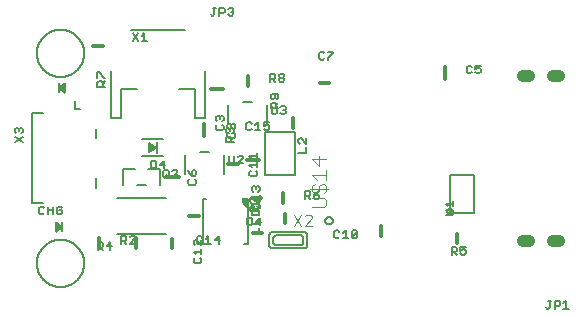
<source format=gbr>
G04 EAGLE Gerber RS-274X export*
G75*
%MOMM*%
%FSLAX34Y34*%
%LPD*%
%INSilkscreen Top*%
%IPPOS*%
%AMOC8*
5,1,8,0,0,1.08239X$1,22.5*%
G01*
%ADD10C,1.016000*%
%ADD11C,0.304800*%
%ADD12C,0.152400*%
%ADD13R,0.190500X0.889000*%
%ADD14C,0.203200*%
%ADD15C,0.127000*%
%ADD16C,0.076200*%
%ADD17R,0.200000X1.000000*%
%ADD18C,0.101600*%

G36*
X21647Y51314D02*
X21647Y51314D01*
X21665Y51312D01*
X21767Y51340D01*
X21870Y51362D01*
X21885Y51371D01*
X21902Y51376D01*
X22047Y51461D01*
X27127Y55271D01*
X27130Y55274D01*
X27134Y55276D01*
X27215Y55363D01*
X27297Y55448D01*
X27299Y55452D01*
X27302Y55455D01*
X27352Y55564D01*
X27402Y55671D01*
X27402Y55675D01*
X27404Y55679D01*
X27417Y55797D01*
X27430Y55915D01*
X27430Y55919D01*
X27430Y55924D01*
X27404Y56040D01*
X27380Y56156D01*
X27377Y56160D01*
X27376Y56164D01*
X27315Y56266D01*
X27255Y56368D01*
X27251Y56371D01*
X27249Y56374D01*
X27127Y56489D01*
X22047Y60299D01*
X22031Y60307D01*
X22018Y60320D01*
X22003Y60327D01*
X21995Y60333D01*
X21945Y60353D01*
X21922Y60364D01*
X21829Y60413D01*
X21811Y60416D01*
X21795Y60423D01*
X21690Y60435D01*
X21586Y60451D01*
X21568Y60448D01*
X21551Y60450D01*
X21448Y60428D01*
X21343Y60410D01*
X21328Y60402D01*
X21310Y60398D01*
X21220Y60344D01*
X21127Y60294D01*
X21114Y60281D01*
X21099Y60272D01*
X21030Y60192D01*
X20958Y60115D01*
X20951Y60098D01*
X20939Y60085D01*
X20900Y59987D01*
X20856Y59891D01*
X20854Y59873D01*
X20847Y59857D01*
X20829Y59690D01*
X20829Y52070D01*
X20832Y52052D01*
X20830Y52035D01*
X20851Y51931D01*
X20869Y51827D01*
X20877Y51812D01*
X20881Y51794D01*
X20934Y51703D01*
X20984Y51610D01*
X20996Y51598D01*
X21006Y51582D01*
X21085Y51513D01*
X21162Y51441D01*
X21178Y51433D01*
X21192Y51421D01*
X21289Y51381D01*
X21385Y51337D01*
X21403Y51335D01*
X21419Y51328D01*
X21525Y51321D01*
X21629Y51310D01*
X21647Y51314D01*
G37*
G36*
X29012Y169022D02*
X29012Y169022D01*
X29029Y169020D01*
X29132Y169042D01*
X29237Y169060D01*
X29252Y169068D01*
X29270Y169072D01*
X29360Y169126D01*
X29454Y169176D01*
X29466Y169189D01*
X29481Y169198D01*
X29550Y169278D01*
X29622Y169355D01*
X29629Y169372D01*
X29641Y169385D01*
X29680Y169483D01*
X29724Y169579D01*
X29726Y169597D01*
X29733Y169613D01*
X29751Y169780D01*
X29751Y177400D01*
X29749Y177417D01*
X29750Y177432D01*
X29750Y177435D01*
X29729Y177539D01*
X29712Y177643D01*
X29703Y177658D01*
X29700Y177676D01*
X29646Y177767D01*
X29596Y177860D01*
X29584Y177872D01*
X29575Y177888D01*
X29495Y177957D01*
X29418Y178030D01*
X29402Y178037D01*
X29388Y178049D01*
X29291Y178089D01*
X29195Y178133D01*
X29177Y178135D01*
X29161Y178142D01*
X29055Y178149D01*
X28951Y178160D01*
X28933Y178156D01*
X28915Y178158D01*
X28813Y178130D01*
X28740Y178114D01*
X28737Y178114D01*
X28710Y178108D01*
X28695Y178099D01*
X28678Y178094D01*
X28533Y178009D01*
X23453Y174199D01*
X23450Y174196D01*
X23447Y174194D01*
X23365Y174107D01*
X23283Y174022D01*
X23281Y174018D01*
X23278Y174015D01*
X23228Y173906D01*
X23178Y173799D01*
X23178Y173795D01*
X23176Y173791D01*
X23163Y173673D01*
X23150Y173555D01*
X23150Y173551D01*
X23150Y173546D01*
X23176Y173430D01*
X23201Y173314D01*
X23203Y173310D01*
X23204Y173306D01*
X23265Y173204D01*
X23326Y173102D01*
X23329Y173099D01*
X23331Y173096D01*
X23453Y172981D01*
X28533Y169171D01*
X28549Y169163D01*
X28562Y169151D01*
X28658Y169106D01*
X28751Y169057D01*
X28769Y169054D01*
X28785Y169047D01*
X28890Y169035D01*
X28994Y169019D01*
X29012Y169022D01*
G37*
G36*
X183938Y71894D02*
X183938Y71894D01*
X184027Y71896D01*
X184049Y71905D01*
X184072Y71908D01*
X184152Y71947D01*
X184234Y71981D01*
X184252Y71997D01*
X184273Y72007D01*
X184334Y72072D01*
X184400Y72132D01*
X184411Y72153D01*
X184427Y72170D01*
X184462Y72252D01*
X184503Y72332D01*
X184506Y72358D01*
X184515Y72377D01*
X184517Y72427D01*
X184530Y72517D01*
X184530Y80137D01*
X184519Y80202D01*
X184517Y80268D01*
X184499Y80311D01*
X184491Y80358D01*
X184457Y80415D01*
X184432Y80475D01*
X184401Y80510D01*
X184376Y80551D01*
X184325Y80593D01*
X184281Y80641D01*
X184239Y80663D01*
X184202Y80692D01*
X184140Y80713D01*
X184081Y80744D01*
X184027Y80752D01*
X183990Y80764D01*
X183950Y80763D01*
X183896Y80771D01*
X180086Y80771D01*
X180021Y80760D01*
X179955Y80758D01*
X179912Y80740D01*
X179865Y80732D01*
X179808Y80698D01*
X179748Y80673D01*
X179713Y80642D01*
X179672Y80617D01*
X179631Y80566D01*
X179582Y80522D01*
X179560Y80480D01*
X179531Y80443D01*
X179510Y80381D01*
X179479Y80322D01*
X179471Y80268D01*
X179459Y80231D01*
X179459Y80222D01*
X179460Y80190D01*
X179452Y80137D01*
X179452Y76327D01*
X179459Y76285D01*
X179457Y76243D01*
X179469Y76205D01*
X179470Y76192D01*
X179481Y76165D01*
X179491Y76106D01*
X179513Y76070D01*
X179526Y76029D01*
X179548Y76000D01*
X179554Y75984D01*
X179581Y75955D01*
X179606Y75913D01*
X179622Y75900D01*
X179638Y75879D01*
X183448Y72069D01*
X183521Y72018D01*
X183590Y71962D01*
X183612Y71954D01*
X183632Y71940D01*
X183718Y71918D01*
X183802Y71890D01*
X183826Y71890D01*
X183849Y71885D01*
X183938Y71894D01*
G37*
G36*
X101550Y120183D02*
X101550Y120183D01*
X101621Y120181D01*
X101691Y120200D01*
X101762Y120208D01*
X101817Y120233D01*
X101896Y120253D01*
X101999Y120314D01*
X102068Y120345D01*
X105068Y122345D01*
X105155Y122422D01*
X105245Y122495D01*
X105260Y122517D01*
X105280Y122535D01*
X105342Y122632D01*
X105409Y122727D01*
X105417Y122753D01*
X105432Y122775D01*
X105464Y122886D01*
X105502Y122996D01*
X105503Y123023D01*
X105510Y123048D01*
X105510Y123164D01*
X105516Y123280D01*
X105510Y123306D01*
X105510Y123333D01*
X105478Y123444D01*
X105452Y123557D01*
X105439Y123580D01*
X105431Y123606D01*
X105369Y123704D01*
X105313Y123805D01*
X105295Y123821D01*
X105280Y123846D01*
X105072Y124031D01*
X105068Y124035D01*
X102068Y126035D01*
X102004Y126066D01*
X101944Y126106D01*
X101876Y126127D01*
X101812Y126158D01*
X101741Y126170D01*
X101673Y126191D01*
X101602Y126193D01*
X101532Y126205D01*
X101460Y126197D01*
X101389Y126199D01*
X101320Y126181D01*
X101249Y126172D01*
X101183Y126145D01*
X101114Y126127D01*
X101053Y126090D01*
X100987Y126063D01*
X100931Y126018D01*
X100869Y125982D01*
X100820Y125930D01*
X100765Y125885D01*
X100724Y125827D01*
X100675Y125774D01*
X100642Y125711D01*
X100601Y125653D01*
X100578Y125585D01*
X100545Y125521D01*
X100535Y125462D01*
X100508Y125384D01*
X100502Y125265D01*
X100490Y125190D01*
X100490Y121190D01*
X100500Y121119D01*
X100500Y121047D01*
X100520Y120979D01*
X100530Y120909D01*
X100559Y120843D01*
X100579Y120774D01*
X100617Y120714D01*
X100646Y120649D01*
X100692Y120594D01*
X100730Y120534D01*
X100784Y120486D01*
X100830Y120432D01*
X100889Y120392D01*
X100943Y120345D01*
X101007Y120314D01*
X101066Y120275D01*
X101135Y120253D01*
X101199Y120222D01*
X101269Y120210D01*
X101337Y120189D01*
X101409Y120187D01*
X101480Y120175D01*
X101550Y120183D01*
G37*
D10*
X416560Y184150D02*
X421640Y184150D01*
X441960Y184150D02*
X447040Y184150D01*
X421640Y44450D02*
X416560Y44450D01*
X441960Y44450D02*
X447040Y44450D01*
D11*
X125495Y98375D02*
X115335Y98375D01*
D12*
X133371Y95349D02*
X134473Y96450D01*
X133371Y95349D02*
X133371Y93145D01*
X134473Y92044D01*
X138879Y92044D01*
X139981Y93145D01*
X139981Y95349D01*
X138879Y96450D01*
X134473Y101731D02*
X133371Y103934D01*
X134473Y101731D02*
X136676Y99528D01*
X138879Y99528D01*
X139981Y100629D01*
X139981Y102833D01*
X138879Y103934D01*
X137778Y103934D01*
X136676Y102833D01*
X136676Y99528D01*
D11*
X245090Y177802D02*
X253090Y177802D01*
D12*
X248883Y203272D02*
X247782Y204374D01*
X245579Y204374D01*
X244477Y203272D01*
X244477Y198866D01*
X245579Y197764D01*
X247782Y197764D01*
X248883Y198866D01*
X251961Y204374D02*
X256368Y204374D01*
X256368Y203272D01*
X251961Y198866D01*
X251961Y197764D01*
D11*
X147285Y143660D02*
X147285Y133500D01*
D12*
X166741Y134554D02*
X167843Y135655D01*
X166741Y134554D02*
X166741Y132350D01*
X167843Y131249D01*
X172249Y131249D01*
X173351Y132350D01*
X173351Y134554D01*
X172249Y135655D01*
X167843Y138733D02*
X166741Y139834D01*
X166741Y142038D01*
X167843Y143139D01*
X168945Y143139D01*
X170046Y142038D01*
X171148Y143139D01*
X172249Y143139D01*
X173351Y142038D01*
X173351Y139834D01*
X172249Y138733D01*
X171148Y138733D01*
X170046Y139834D01*
X168945Y138733D01*
X167843Y138733D01*
X170046Y139834D02*
X170046Y142038D01*
D13*
X24093Y173590D03*
D12*
X37508Y162674D02*
X37508Y156064D01*
X41914Y156064D01*
D11*
X119888Y46176D02*
X119888Y38176D01*
D12*
X144275Y48278D02*
X145376Y47176D01*
X144275Y48278D02*
X142072Y48278D01*
X140970Y47176D01*
X140970Y42770D01*
X142072Y41668D01*
X144275Y41668D01*
X145376Y42770D01*
X148454Y46074D02*
X150657Y48278D01*
X150657Y41668D01*
X148454Y41668D02*
X152861Y41668D01*
X159243Y41668D02*
X159243Y48278D01*
X155938Y44973D01*
X160345Y44973D01*
D11*
X61150Y209550D02*
X53150Y209550D01*
D12*
X56636Y175024D02*
X63246Y175024D01*
X56636Y175024D02*
X56636Y178329D01*
X57738Y179430D01*
X59941Y179430D01*
X61043Y178329D01*
X61043Y175024D01*
X61043Y177227D02*
X63246Y179430D01*
X56636Y182508D02*
X56636Y186914D01*
X57738Y186914D01*
X62144Y182508D01*
X63246Y182508D01*
D14*
X72980Y50151D02*
X114980Y50151D01*
X114980Y80659D02*
X72980Y80659D01*
X5400Y203200D02*
X5406Y203691D01*
X5424Y204181D01*
X5454Y204671D01*
X5496Y205160D01*
X5550Y205648D01*
X5616Y206135D01*
X5694Y206619D01*
X5784Y207102D01*
X5886Y207582D01*
X5999Y208060D01*
X6124Y208534D01*
X6261Y209006D01*
X6409Y209474D01*
X6569Y209938D01*
X6740Y210398D01*
X6922Y210854D01*
X7116Y211305D01*
X7320Y211751D01*
X7536Y212192D01*
X7762Y212628D01*
X7998Y213058D01*
X8245Y213482D01*
X8503Y213900D01*
X8771Y214311D01*
X9048Y214716D01*
X9336Y215114D01*
X9633Y215505D01*
X9940Y215888D01*
X10256Y216263D01*
X10581Y216631D01*
X10915Y216991D01*
X11258Y217342D01*
X11609Y217685D01*
X11969Y218019D01*
X12337Y218344D01*
X12712Y218660D01*
X13095Y218967D01*
X13486Y219264D01*
X13884Y219552D01*
X14289Y219829D01*
X14700Y220097D01*
X15118Y220355D01*
X15542Y220602D01*
X15972Y220838D01*
X16408Y221064D01*
X16849Y221280D01*
X17295Y221484D01*
X17746Y221678D01*
X18202Y221860D01*
X18662Y222031D01*
X19126Y222191D01*
X19594Y222339D01*
X20066Y222476D01*
X20540Y222601D01*
X21018Y222714D01*
X21498Y222816D01*
X21981Y222906D01*
X22465Y222984D01*
X22952Y223050D01*
X23440Y223104D01*
X23929Y223146D01*
X24419Y223176D01*
X24909Y223194D01*
X25400Y223200D01*
X25891Y223194D01*
X26381Y223176D01*
X26871Y223146D01*
X27360Y223104D01*
X27848Y223050D01*
X28335Y222984D01*
X28819Y222906D01*
X29302Y222816D01*
X29782Y222714D01*
X30260Y222601D01*
X30734Y222476D01*
X31206Y222339D01*
X31674Y222191D01*
X32138Y222031D01*
X32598Y221860D01*
X33054Y221678D01*
X33505Y221484D01*
X33951Y221280D01*
X34392Y221064D01*
X34828Y220838D01*
X35258Y220602D01*
X35682Y220355D01*
X36100Y220097D01*
X36511Y219829D01*
X36916Y219552D01*
X37314Y219264D01*
X37705Y218967D01*
X38088Y218660D01*
X38463Y218344D01*
X38831Y218019D01*
X39191Y217685D01*
X39542Y217342D01*
X39885Y216991D01*
X40219Y216631D01*
X40544Y216263D01*
X40860Y215888D01*
X41167Y215505D01*
X41464Y215114D01*
X41752Y214716D01*
X42029Y214311D01*
X42297Y213900D01*
X42555Y213482D01*
X42802Y213058D01*
X43038Y212628D01*
X43264Y212192D01*
X43480Y211751D01*
X43684Y211305D01*
X43878Y210854D01*
X44060Y210398D01*
X44231Y209938D01*
X44391Y209474D01*
X44539Y209006D01*
X44676Y208534D01*
X44801Y208060D01*
X44914Y207582D01*
X45016Y207102D01*
X45106Y206619D01*
X45184Y206135D01*
X45250Y205648D01*
X45304Y205160D01*
X45346Y204671D01*
X45376Y204181D01*
X45394Y203691D01*
X45400Y203200D01*
X45394Y202709D01*
X45376Y202219D01*
X45346Y201729D01*
X45304Y201240D01*
X45250Y200752D01*
X45184Y200265D01*
X45106Y199781D01*
X45016Y199298D01*
X44914Y198818D01*
X44801Y198340D01*
X44676Y197866D01*
X44539Y197394D01*
X44391Y196926D01*
X44231Y196462D01*
X44060Y196002D01*
X43878Y195546D01*
X43684Y195095D01*
X43480Y194649D01*
X43264Y194208D01*
X43038Y193772D01*
X42802Y193342D01*
X42555Y192918D01*
X42297Y192500D01*
X42029Y192089D01*
X41752Y191684D01*
X41464Y191286D01*
X41167Y190895D01*
X40860Y190512D01*
X40544Y190137D01*
X40219Y189769D01*
X39885Y189409D01*
X39542Y189058D01*
X39191Y188715D01*
X38831Y188381D01*
X38463Y188056D01*
X38088Y187740D01*
X37705Y187433D01*
X37314Y187136D01*
X36916Y186848D01*
X36511Y186571D01*
X36100Y186303D01*
X35682Y186045D01*
X35258Y185798D01*
X34828Y185562D01*
X34392Y185336D01*
X33951Y185120D01*
X33505Y184916D01*
X33054Y184722D01*
X32598Y184540D01*
X32138Y184369D01*
X31674Y184209D01*
X31206Y184061D01*
X30734Y183924D01*
X30260Y183799D01*
X29782Y183686D01*
X29302Y183584D01*
X28819Y183494D01*
X28335Y183416D01*
X27848Y183350D01*
X27360Y183296D01*
X26871Y183254D01*
X26381Y183224D01*
X25891Y183206D01*
X25400Y183200D01*
X24909Y183206D01*
X24419Y183224D01*
X23929Y183254D01*
X23440Y183296D01*
X22952Y183350D01*
X22465Y183416D01*
X21981Y183494D01*
X21498Y183584D01*
X21018Y183686D01*
X20540Y183799D01*
X20066Y183924D01*
X19594Y184061D01*
X19126Y184209D01*
X18662Y184369D01*
X18202Y184540D01*
X17746Y184722D01*
X17295Y184916D01*
X16849Y185120D01*
X16408Y185336D01*
X15972Y185562D01*
X15542Y185798D01*
X15118Y186045D01*
X14700Y186303D01*
X14289Y186571D01*
X13884Y186848D01*
X13486Y187136D01*
X13095Y187433D01*
X12712Y187740D01*
X12337Y188056D01*
X11969Y188381D01*
X11609Y188715D01*
X11258Y189058D01*
X10915Y189409D01*
X10581Y189769D01*
X10256Y190137D01*
X9940Y190512D01*
X9633Y190895D01*
X9336Y191286D01*
X9048Y191684D01*
X8771Y192089D01*
X8503Y192500D01*
X8245Y192918D01*
X7998Y193342D01*
X7762Y193772D01*
X7536Y194208D01*
X7320Y194649D01*
X7116Y195095D01*
X6922Y195546D01*
X6740Y196002D01*
X6569Y196462D01*
X6409Y196926D01*
X6261Y197394D01*
X6124Y197866D01*
X5999Y198340D01*
X5886Y198818D01*
X5784Y199298D01*
X5694Y199781D01*
X5616Y200265D01*
X5550Y200752D01*
X5496Y201240D01*
X5454Y201729D01*
X5424Y202219D01*
X5406Y202709D01*
X5400Y203200D01*
X5400Y25400D02*
X5406Y25891D01*
X5424Y26381D01*
X5454Y26871D01*
X5496Y27360D01*
X5550Y27848D01*
X5616Y28335D01*
X5694Y28819D01*
X5784Y29302D01*
X5886Y29782D01*
X5999Y30260D01*
X6124Y30734D01*
X6261Y31206D01*
X6409Y31674D01*
X6569Y32138D01*
X6740Y32598D01*
X6922Y33054D01*
X7116Y33505D01*
X7320Y33951D01*
X7536Y34392D01*
X7762Y34828D01*
X7998Y35258D01*
X8245Y35682D01*
X8503Y36100D01*
X8771Y36511D01*
X9048Y36916D01*
X9336Y37314D01*
X9633Y37705D01*
X9940Y38088D01*
X10256Y38463D01*
X10581Y38831D01*
X10915Y39191D01*
X11258Y39542D01*
X11609Y39885D01*
X11969Y40219D01*
X12337Y40544D01*
X12712Y40860D01*
X13095Y41167D01*
X13486Y41464D01*
X13884Y41752D01*
X14289Y42029D01*
X14700Y42297D01*
X15118Y42555D01*
X15542Y42802D01*
X15972Y43038D01*
X16408Y43264D01*
X16849Y43480D01*
X17295Y43684D01*
X17746Y43878D01*
X18202Y44060D01*
X18662Y44231D01*
X19126Y44391D01*
X19594Y44539D01*
X20066Y44676D01*
X20540Y44801D01*
X21018Y44914D01*
X21498Y45016D01*
X21981Y45106D01*
X22465Y45184D01*
X22952Y45250D01*
X23440Y45304D01*
X23929Y45346D01*
X24419Y45376D01*
X24909Y45394D01*
X25400Y45400D01*
X25891Y45394D01*
X26381Y45376D01*
X26871Y45346D01*
X27360Y45304D01*
X27848Y45250D01*
X28335Y45184D01*
X28819Y45106D01*
X29302Y45016D01*
X29782Y44914D01*
X30260Y44801D01*
X30734Y44676D01*
X31206Y44539D01*
X31674Y44391D01*
X32138Y44231D01*
X32598Y44060D01*
X33054Y43878D01*
X33505Y43684D01*
X33951Y43480D01*
X34392Y43264D01*
X34828Y43038D01*
X35258Y42802D01*
X35682Y42555D01*
X36100Y42297D01*
X36511Y42029D01*
X36916Y41752D01*
X37314Y41464D01*
X37705Y41167D01*
X38088Y40860D01*
X38463Y40544D01*
X38831Y40219D01*
X39191Y39885D01*
X39542Y39542D01*
X39885Y39191D01*
X40219Y38831D01*
X40544Y38463D01*
X40860Y38088D01*
X41167Y37705D01*
X41464Y37314D01*
X41752Y36916D01*
X42029Y36511D01*
X42297Y36100D01*
X42555Y35682D01*
X42802Y35258D01*
X43038Y34828D01*
X43264Y34392D01*
X43480Y33951D01*
X43684Y33505D01*
X43878Y33054D01*
X44060Y32598D01*
X44231Y32138D01*
X44391Y31674D01*
X44539Y31206D01*
X44676Y30734D01*
X44801Y30260D01*
X44914Y29782D01*
X45016Y29302D01*
X45106Y28819D01*
X45184Y28335D01*
X45250Y27848D01*
X45304Y27360D01*
X45346Y26871D01*
X45376Y26381D01*
X45394Y25891D01*
X45400Y25400D01*
X45394Y24909D01*
X45376Y24419D01*
X45346Y23929D01*
X45304Y23440D01*
X45250Y22952D01*
X45184Y22465D01*
X45106Y21981D01*
X45016Y21498D01*
X44914Y21018D01*
X44801Y20540D01*
X44676Y20066D01*
X44539Y19594D01*
X44391Y19126D01*
X44231Y18662D01*
X44060Y18202D01*
X43878Y17746D01*
X43684Y17295D01*
X43480Y16849D01*
X43264Y16408D01*
X43038Y15972D01*
X42802Y15542D01*
X42555Y15118D01*
X42297Y14700D01*
X42029Y14289D01*
X41752Y13884D01*
X41464Y13486D01*
X41167Y13095D01*
X40860Y12712D01*
X40544Y12337D01*
X40219Y11969D01*
X39885Y11609D01*
X39542Y11258D01*
X39191Y10915D01*
X38831Y10581D01*
X38463Y10256D01*
X38088Y9940D01*
X37705Y9633D01*
X37314Y9336D01*
X36916Y9048D01*
X36511Y8771D01*
X36100Y8503D01*
X35682Y8245D01*
X35258Y7998D01*
X34828Y7762D01*
X34392Y7536D01*
X33951Y7320D01*
X33505Y7116D01*
X33054Y6922D01*
X32598Y6740D01*
X32138Y6569D01*
X31674Y6409D01*
X31206Y6261D01*
X30734Y6124D01*
X30260Y5999D01*
X29782Y5886D01*
X29302Y5784D01*
X28819Y5694D01*
X28335Y5616D01*
X27848Y5550D01*
X27360Y5496D01*
X26871Y5454D01*
X26381Y5424D01*
X25891Y5406D01*
X25400Y5400D01*
X24909Y5406D01*
X24419Y5424D01*
X23929Y5454D01*
X23440Y5496D01*
X22952Y5550D01*
X22465Y5616D01*
X21981Y5694D01*
X21498Y5784D01*
X21018Y5886D01*
X20540Y5999D01*
X20066Y6124D01*
X19594Y6261D01*
X19126Y6409D01*
X18662Y6569D01*
X18202Y6740D01*
X17746Y6922D01*
X17295Y7116D01*
X16849Y7320D01*
X16408Y7536D01*
X15972Y7762D01*
X15542Y7998D01*
X15118Y8245D01*
X14700Y8503D01*
X14289Y8771D01*
X13884Y9048D01*
X13486Y9336D01*
X13095Y9633D01*
X12712Y9940D01*
X12337Y10256D01*
X11969Y10581D01*
X11609Y10915D01*
X11258Y11258D01*
X10915Y11609D01*
X10581Y11969D01*
X10256Y12337D01*
X9940Y12712D01*
X9633Y13095D01*
X9336Y13486D01*
X9048Y13884D01*
X8771Y14289D01*
X8503Y14700D01*
X8245Y15118D01*
X7998Y15542D01*
X7762Y15972D01*
X7536Y16408D01*
X7320Y16849D01*
X7116Y17295D01*
X6922Y17746D01*
X6740Y18202D01*
X6569Y18662D01*
X6409Y19126D01*
X6261Y19594D01*
X6124Y20066D01*
X5999Y20540D01*
X5886Y21018D01*
X5784Y21498D01*
X5694Y21981D01*
X5616Y22465D01*
X5550Y22952D01*
X5496Y23440D01*
X5454Y23929D01*
X5424Y24419D01*
X5406Y24909D01*
X5400Y25400D01*
D15*
X55450Y131300D02*
X55450Y139300D01*
X55450Y97300D02*
X55450Y89300D01*
X10450Y152300D02*
X1450Y152300D01*
X1450Y76300D01*
X10450Y76300D01*
D12*
X-13314Y127874D02*
X-6704Y132280D01*
X-6704Y127874D02*
X-13314Y132280D01*
X-12212Y135358D02*
X-13314Y136459D01*
X-13314Y138663D01*
X-12212Y139764D01*
X-11110Y139764D01*
X-10009Y138663D01*
X-10009Y137561D01*
X-10009Y138663D02*
X-8907Y139764D01*
X-7806Y139764D01*
X-6704Y138663D01*
X-6704Y136459D01*
X-7806Y135358D01*
D14*
X130820Y117220D02*
X130820Y101220D01*
X163820Y101220D02*
X163820Y117220D01*
X151320Y119720D02*
X143320Y119720D01*
D12*
X167862Y116592D02*
X167862Y111084D01*
X168964Y109982D01*
X171167Y109982D01*
X172268Y111084D01*
X172268Y116592D01*
X175346Y109982D02*
X179753Y109982D01*
X179753Y114388D02*
X175346Y109982D01*
X179753Y114388D02*
X179753Y115490D01*
X178651Y116592D01*
X176448Y116592D01*
X175346Y115490D01*
X436272Y-11852D02*
X437373Y-12954D01*
X438475Y-12954D01*
X439576Y-11852D01*
X439576Y-6344D01*
X438475Y-6344D02*
X440678Y-6344D01*
X443756Y-6344D02*
X443756Y-12954D01*
X443756Y-6344D02*
X447061Y-6344D01*
X448162Y-7446D01*
X448162Y-9649D01*
X447061Y-10751D01*
X443756Y-10751D01*
X451240Y-8548D02*
X453443Y-6344D01*
X453443Y-12954D01*
X451240Y-12954D02*
X455646Y-12954D01*
D14*
X130450Y223040D02*
X85450Y223040D01*
X147950Y188040D02*
X147950Y148040D01*
X139450Y148040D01*
X139450Y173040D01*
X125450Y173040D01*
X90450Y173040D02*
X76450Y173040D01*
X76450Y148040D01*
X67950Y148040D01*
X67950Y188040D01*
D12*
X90893Y213487D02*
X86487Y220097D01*
X90893Y220097D02*
X86487Y213487D01*
X93971Y217893D02*
X96174Y220097D01*
X96174Y213487D01*
X93971Y213487D02*
X98378Y213487D01*
X152400Y236052D02*
X153502Y234950D01*
X154603Y234950D01*
X155705Y236052D01*
X155705Y241560D01*
X156806Y241560D02*
X154603Y241560D01*
X159884Y241560D02*
X159884Y234950D01*
X159884Y241560D02*
X163189Y241560D01*
X164291Y240458D01*
X164291Y238255D01*
X163189Y237153D01*
X159884Y237153D01*
X167368Y240458D02*
X168470Y241560D01*
X170673Y241560D01*
X171775Y240458D01*
X171775Y239356D01*
X170673Y238255D01*
X169572Y238255D01*
X170673Y238255D02*
X171775Y237153D01*
X171775Y236052D01*
X170673Y234950D01*
X168470Y234950D01*
X167368Y236052D01*
D14*
X167015Y159130D02*
X167015Y143130D01*
X200015Y143130D02*
X200015Y159130D01*
X187515Y161630D02*
X179515Y161630D01*
D12*
X204057Y158502D02*
X204057Y152994D01*
X205159Y151892D01*
X207362Y151892D01*
X208463Y152994D01*
X208463Y158502D01*
X211541Y157400D02*
X212643Y158502D01*
X214846Y158502D01*
X215948Y157400D01*
X215948Y156298D01*
X214846Y155197D01*
X213744Y155197D01*
X214846Y155197D02*
X215948Y154095D01*
X215948Y152994D01*
X214846Y151892D01*
X212643Y151892D01*
X211541Y152994D01*
D13*
X26488Y55880D03*
D12*
X11518Y72310D02*
X10417Y73412D01*
X8214Y73412D01*
X7112Y72310D01*
X7112Y67904D01*
X8214Y66802D01*
X10417Y66802D01*
X11518Y67904D01*
X14596Y66802D02*
X14596Y73412D01*
X14596Y70107D02*
X19003Y70107D01*
X19003Y73412D02*
X19003Y66802D01*
X25385Y73412D02*
X26487Y72310D01*
X25385Y73412D02*
X23182Y73412D01*
X22080Y72310D01*
X22080Y67904D01*
X23182Y66802D01*
X25385Y66802D01*
X26487Y67904D01*
X26487Y70107D01*
X24284Y70107D01*
D11*
X58293Y46545D02*
X58293Y38545D01*
D12*
X76835Y42037D02*
X76835Y48647D01*
X80140Y48647D01*
X81241Y47545D01*
X81241Y45342D01*
X80140Y44240D01*
X76835Y44240D01*
X79038Y44240D02*
X81241Y42037D01*
X84319Y42037D02*
X88726Y42037D01*
X88726Y46443D02*
X84319Y42037D01*
X88726Y46443D02*
X88726Y47545D01*
X87624Y48647D01*
X85421Y48647D01*
X84319Y47545D01*
D11*
X152400Y172720D02*
X162560Y172720D01*
D12*
X158068Y142600D02*
X156966Y141499D01*
X156966Y139295D01*
X158068Y138194D01*
X162474Y138194D01*
X163576Y139295D01*
X163576Y141499D01*
X162474Y142600D01*
X158068Y145678D02*
X156966Y146779D01*
X156966Y148983D01*
X158068Y150084D01*
X159170Y150084D01*
X160271Y148983D01*
X160271Y147881D01*
X160271Y148983D02*
X161373Y150084D01*
X162474Y150084D01*
X163576Y148983D01*
X163576Y146779D01*
X162474Y145678D01*
D11*
X184150Y175705D02*
X184150Y183705D01*
D12*
X202692Y185807D02*
X202692Y179197D01*
X202692Y185807D02*
X205997Y185807D01*
X207098Y184705D01*
X207098Y182502D01*
X205997Y181400D01*
X202692Y181400D01*
X204895Y181400D02*
X207098Y179197D01*
X210176Y184705D02*
X211278Y185807D01*
X213481Y185807D01*
X214583Y184705D01*
X214583Y183603D01*
X213481Y182502D01*
X214583Y181400D01*
X214583Y180299D01*
X213481Y179197D01*
X211278Y179197D01*
X210176Y180299D01*
X210176Y181400D01*
X211278Y182502D01*
X210176Y183603D01*
X210176Y184705D01*
X211278Y182502D02*
X213481Y182502D01*
D11*
X196024Y50673D02*
X188024Y50673D01*
D12*
X185922Y72520D02*
X187024Y73621D01*
X185922Y72520D02*
X185922Y70317D01*
X187024Y69215D01*
X191430Y69215D01*
X192532Y70317D01*
X192532Y72520D01*
X191430Y73621D01*
X192532Y76699D02*
X192532Y81106D01*
X188126Y81106D02*
X192532Y76699D01*
X188126Y81106D02*
X187024Y81106D01*
X185922Y80004D01*
X185922Y77801D01*
X187024Y76699D01*
D11*
X215265Y67500D02*
X215265Y59500D01*
D12*
X187685Y62912D02*
X186584Y64014D01*
X184380Y64014D01*
X183279Y62912D01*
X183279Y58506D01*
X184380Y57404D01*
X186584Y57404D01*
X187685Y58506D01*
X194068Y57404D02*
X194068Y64014D01*
X190763Y60709D01*
X195169Y60709D01*
D15*
X204887Y51958D02*
X204784Y51956D01*
X204681Y51950D01*
X204578Y51941D01*
X204475Y51928D01*
X204373Y51911D01*
X204272Y51890D01*
X204172Y51866D01*
X204072Y51838D01*
X203974Y51807D01*
X203877Y51771D01*
X203781Y51733D01*
X203687Y51691D01*
X203594Y51645D01*
X203503Y51596D01*
X203414Y51544D01*
X203327Y51489D01*
X203242Y51430D01*
X203159Y51368D01*
X203078Y51304D01*
X203000Y51236D01*
X202924Y51166D01*
X202851Y51093D01*
X202781Y51017D01*
X202713Y50939D01*
X202649Y50858D01*
X202587Y50775D01*
X202528Y50690D01*
X202473Y50603D01*
X202421Y50514D01*
X202372Y50423D01*
X202326Y50330D01*
X202284Y50236D01*
X202246Y50140D01*
X202210Y50043D01*
X202179Y49945D01*
X202151Y49845D01*
X202127Y49745D01*
X202106Y49644D01*
X202089Y49542D01*
X202076Y49439D01*
X202067Y49336D01*
X202061Y49233D01*
X202059Y49130D01*
X204887Y51958D02*
X231231Y51958D01*
X231334Y51956D01*
X231437Y51950D01*
X231540Y51941D01*
X231643Y51928D01*
X231745Y51911D01*
X231846Y51890D01*
X231946Y51866D01*
X232046Y51838D01*
X232144Y51807D01*
X232241Y51771D01*
X232337Y51733D01*
X232431Y51691D01*
X232524Y51645D01*
X232615Y51596D01*
X232704Y51544D01*
X232791Y51489D01*
X232876Y51430D01*
X232959Y51368D01*
X233040Y51304D01*
X233118Y51236D01*
X233194Y51166D01*
X233267Y51093D01*
X233337Y51017D01*
X233405Y50939D01*
X233469Y50858D01*
X233531Y50775D01*
X233590Y50690D01*
X233645Y50603D01*
X233697Y50514D01*
X233746Y50423D01*
X233792Y50330D01*
X233834Y50236D01*
X233872Y50140D01*
X233908Y50043D01*
X233939Y49945D01*
X233967Y49845D01*
X233991Y49745D01*
X234012Y49644D01*
X234029Y49542D01*
X234042Y49439D01*
X234051Y49336D01*
X234057Y49233D01*
X234059Y49130D01*
X234059Y40194D01*
X234057Y40102D01*
X234051Y40009D01*
X234042Y39917D01*
X234029Y39826D01*
X234011Y39735D01*
X233991Y39645D01*
X233966Y39556D01*
X233938Y39468D01*
X233906Y39381D01*
X233871Y39296D01*
X233832Y39212D01*
X233790Y39130D01*
X233744Y39049D01*
X233695Y38971D01*
X233643Y38895D01*
X233588Y38821D01*
X233529Y38749D01*
X233468Y38680D01*
X233404Y38613D01*
X233337Y38549D01*
X233268Y38488D01*
X233196Y38429D01*
X233122Y38374D01*
X233046Y38322D01*
X232968Y38273D01*
X232887Y38227D01*
X232805Y38185D01*
X232721Y38146D01*
X232636Y38111D01*
X232549Y38079D01*
X232461Y38051D01*
X232372Y38026D01*
X232282Y38006D01*
X232191Y37988D01*
X232100Y37975D01*
X232008Y37966D01*
X231915Y37960D01*
X231823Y37958D01*
X205221Y37958D01*
X205111Y37960D01*
X205000Y37966D01*
X204890Y37975D01*
X204781Y37989D01*
X204672Y38006D01*
X204564Y38027D01*
X204456Y38052D01*
X204349Y38080D01*
X204244Y38113D01*
X204140Y38149D01*
X204036Y38188D01*
X203935Y38231D01*
X203835Y38278D01*
X203737Y38328D01*
X203640Y38382D01*
X203545Y38438D01*
X203453Y38499D01*
X203362Y38562D01*
X203274Y38628D01*
X203189Y38698D01*
X203105Y38770D01*
X203024Y38845D01*
X202946Y38923D01*
X202871Y39004D01*
X202799Y39088D01*
X202729Y39173D01*
X202663Y39261D01*
X202600Y39352D01*
X202539Y39444D01*
X202483Y39539D01*
X202429Y39636D01*
X202379Y39734D01*
X202332Y39834D01*
X202289Y39935D01*
X202250Y40039D01*
X202214Y40143D01*
X202181Y40248D01*
X202153Y40355D01*
X202128Y40463D01*
X202107Y40571D01*
X202090Y40680D01*
X202076Y40789D01*
X202067Y40899D01*
X202061Y41010D01*
X202059Y41120D01*
X202059Y49130D01*
X208059Y40958D02*
X229059Y40958D01*
X208059Y40958D02*
X207952Y40960D01*
X207845Y40966D01*
X207738Y40975D01*
X207632Y40989D01*
X207526Y41006D01*
X207421Y41027D01*
X207317Y41051D01*
X207214Y41080D01*
X207112Y41112D01*
X207011Y41147D01*
X206911Y41187D01*
X206813Y41229D01*
X206716Y41276D01*
X206621Y41325D01*
X206528Y41378D01*
X206437Y41435D01*
X206348Y41494D01*
X206261Y41557D01*
X206177Y41622D01*
X206095Y41691D01*
X206015Y41763D01*
X205938Y41837D01*
X205864Y41914D01*
X205792Y41994D01*
X205723Y42076D01*
X205658Y42160D01*
X205595Y42247D01*
X205536Y42336D01*
X205479Y42427D01*
X205426Y42520D01*
X205377Y42615D01*
X205330Y42712D01*
X205288Y42810D01*
X205248Y42910D01*
X205213Y43011D01*
X205181Y43113D01*
X205152Y43216D01*
X205128Y43320D01*
X205107Y43425D01*
X205090Y43531D01*
X205076Y43637D01*
X205067Y43744D01*
X205061Y43851D01*
X205059Y43958D01*
X205059Y45958D01*
X205061Y46065D01*
X205067Y46172D01*
X205076Y46279D01*
X205090Y46385D01*
X205107Y46491D01*
X205128Y46596D01*
X205152Y46700D01*
X205181Y46803D01*
X205213Y46905D01*
X205248Y47006D01*
X205287Y47106D01*
X205330Y47204D01*
X205376Y47301D01*
X205426Y47396D01*
X205479Y47489D01*
X205535Y47580D01*
X205595Y47669D01*
X205657Y47756D01*
X205723Y47840D01*
X205792Y47923D01*
X205863Y48002D01*
X205938Y48079D01*
X206015Y48154D01*
X206094Y48225D01*
X206177Y48294D01*
X206261Y48360D01*
X206348Y48422D01*
X206437Y48482D01*
X206528Y48538D01*
X206621Y48591D01*
X206716Y48641D01*
X206813Y48687D01*
X206911Y48730D01*
X207011Y48769D01*
X207112Y48804D01*
X207214Y48836D01*
X207317Y48865D01*
X207421Y48889D01*
X207526Y48910D01*
X207632Y48927D01*
X207738Y48941D01*
X207845Y48950D01*
X207952Y48956D01*
X208059Y48958D01*
X228059Y48958D01*
X228157Y48976D01*
X228257Y48990D01*
X228356Y49000D01*
X228456Y49006D01*
X228556Y49008D01*
X228656Y49006D01*
X228756Y49000D01*
X228856Y48991D01*
X228955Y48977D01*
X229054Y48960D01*
X229152Y48938D01*
X229249Y48913D01*
X229344Y48884D01*
X229439Y48851D01*
X229532Y48815D01*
X229624Y48775D01*
X229714Y48731D01*
X229803Y48684D01*
X229889Y48634D01*
X229973Y48580D01*
X230056Y48523D01*
X230136Y48462D01*
X230213Y48399D01*
X230288Y48332D01*
X230360Y48263D01*
X230430Y48191D01*
X230496Y48116D01*
X230560Y48039D01*
X230620Y47959D01*
X230678Y47877D01*
X230732Y47793D01*
X230783Y47706D01*
X230830Y47618D01*
X230874Y47528D01*
X230914Y47436D01*
X230950Y47343D01*
X230983Y47249D01*
X231013Y47153D01*
X231038Y47056D01*
X231059Y46958D01*
X231059Y43958D01*
X231077Y43859D01*
X231091Y43760D01*
X231101Y43660D01*
X231107Y43560D01*
X231109Y43460D01*
X231107Y43360D01*
X231101Y43260D01*
X231092Y43161D01*
X231078Y43061D01*
X231061Y42963D01*
X231039Y42865D01*
X231014Y42768D01*
X230985Y42672D01*
X230952Y42577D01*
X230916Y42484D01*
X230876Y42392D01*
X230832Y42302D01*
X230785Y42214D01*
X230735Y42127D01*
X230681Y42043D01*
X230624Y41961D01*
X230563Y41881D01*
X230500Y41803D01*
X230433Y41729D01*
X230364Y41656D01*
X230292Y41587D01*
X230217Y41520D01*
X230140Y41457D01*
X230060Y41396D01*
X229978Y41339D01*
X229894Y41285D01*
X229807Y41234D01*
X229719Y41187D01*
X229629Y41143D01*
X229537Y41103D01*
X229444Y41066D01*
X229350Y41033D01*
X229254Y41004D01*
X229157Y40979D01*
X229059Y40957D01*
D16*
X229000Y57179D02*
X222730Y66585D01*
X229000Y66585D02*
X222730Y57179D01*
X232085Y57179D02*
X238356Y57179D01*
X232085Y57179D02*
X238356Y63450D01*
X238356Y65017D01*
X236788Y66585D01*
X233652Y66585D01*
X232085Y65017D01*
D11*
X350647Y181610D02*
X350647Y191770D01*
D12*
X372494Y192792D02*
X373595Y191690D01*
X372494Y192792D02*
X370291Y192792D01*
X369189Y191690D01*
X369189Y187284D01*
X370291Y186182D01*
X372494Y186182D01*
X373595Y187284D01*
X376673Y192792D02*
X381080Y192792D01*
X376673Y192792D02*
X376673Y189487D01*
X378876Y190588D01*
X379978Y190588D01*
X381080Y189487D01*
X381080Y187284D01*
X379978Y186182D01*
X377775Y186182D01*
X376673Y187284D01*
D15*
X183846Y80087D02*
X180846Y80087D01*
X183846Y80087D02*
X183846Y42087D01*
X180846Y42087D01*
X148846Y80087D02*
X145846Y80087D01*
X145846Y42087D01*
X148846Y42087D01*
D12*
X187192Y50962D02*
X193802Y50962D01*
X193802Y55369D01*
X187192Y58447D02*
X187192Y62853D01*
X187192Y58447D02*
X193802Y58447D01*
X193802Y62853D01*
X190497Y60650D02*
X190497Y58447D01*
X187192Y65931D02*
X193802Y65931D01*
X193802Y69236D01*
X192700Y70337D01*
X188294Y70337D01*
X187192Y69236D01*
X187192Y65931D01*
X189396Y73415D02*
X187192Y75618D01*
X193802Y75618D01*
X193802Y73415D02*
X193802Y77821D01*
D15*
X355125Y68328D02*
X355125Y100328D01*
X375125Y100328D01*
X375125Y68328D01*
X355125Y68328D01*
X352889Y69328D02*
X352891Y69422D01*
X352897Y69516D01*
X352907Y69610D01*
X352921Y69703D01*
X352939Y69796D01*
X352960Y69888D01*
X352986Y69978D01*
X353015Y70068D01*
X353048Y70156D01*
X353085Y70243D01*
X353125Y70328D01*
X353169Y70412D01*
X353217Y70493D01*
X353267Y70573D01*
X353322Y70650D01*
X353379Y70725D01*
X353439Y70797D01*
X353503Y70867D01*
X353569Y70934D01*
X353638Y70998D01*
X353710Y71059D01*
X353784Y71117D01*
X353861Y71172D01*
X353940Y71224D01*
X354021Y71272D01*
X354104Y71317D01*
X354188Y71358D01*
X354275Y71396D01*
X354363Y71430D01*
X354452Y71460D01*
X354542Y71487D01*
X354634Y71509D01*
X354726Y71528D01*
X354820Y71543D01*
X354913Y71554D01*
X355007Y71561D01*
X355101Y71564D01*
X355196Y71563D01*
X355290Y71558D01*
X355384Y71549D01*
X355477Y71536D01*
X355570Y71519D01*
X355662Y71499D01*
X355753Y71474D01*
X355843Y71446D01*
X355931Y71414D01*
X356019Y71378D01*
X356104Y71338D01*
X356188Y71295D01*
X356270Y71249D01*
X356350Y71199D01*
X356428Y71145D01*
X356503Y71089D01*
X356576Y71029D01*
X356647Y70966D01*
X356714Y70901D01*
X356779Y70832D01*
X356841Y70761D01*
X356900Y70688D01*
X356956Y70612D01*
X357008Y70533D01*
X357057Y70453D01*
X357103Y70370D01*
X357145Y70286D01*
X357184Y70200D01*
X357219Y70112D01*
X357250Y70023D01*
X357278Y69933D01*
X357301Y69842D01*
X357321Y69750D01*
X357337Y69657D01*
X357349Y69563D01*
X357357Y69469D01*
X357361Y69375D01*
X357361Y69281D01*
X357357Y69187D01*
X357349Y69093D01*
X357337Y68999D01*
X357321Y68906D01*
X357301Y68814D01*
X357278Y68723D01*
X357250Y68633D01*
X357219Y68544D01*
X357184Y68456D01*
X357145Y68370D01*
X357103Y68286D01*
X357057Y68203D01*
X357008Y68123D01*
X356956Y68044D01*
X356900Y67968D01*
X356841Y67895D01*
X356779Y67824D01*
X356714Y67755D01*
X356647Y67690D01*
X356576Y67627D01*
X356503Y67567D01*
X356428Y67511D01*
X356350Y67457D01*
X356270Y67407D01*
X356188Y67361D01*
X356104Y67318D01*
X356019Y67278D01*
X355931Y67242D01*
X355843Y67210D01*
X355753Y67182D01*
X355662Y67157D01*
X355570Y67137D01*
X355477Y67120D01*
X355384Y67107D01*
X355290Y67098D01*
X355196Y67093D01*
X355101Y67092D01*
X355007Y67095D01*
X354913Y67102D01*
X354820Y67113D01*
X354726Y67128D01*
X354634Y67147D01*
X354542Y67169D01*
X354452Y67196D01*
X354363Y67226D01*
X354275Y67260D01*
X354188Y67298D01*
X354104Y67339D01*
X354021Y67384D01*
X353940Y67432D01*
X353861Y67484D01*
X353784Y67539D01*
X353710Y67597D01*
X353638Y67658D01*
X353569Y67722D01*
X353503Y67789D01*
X353439Y67859D01*
X353379Y67931D01*
X353322Y68006D01*
X353267Y68083D01*
X353217Y68163D01*
X353169Y68244D01*
X353125Y68328D01*
X353085Y68413D01*
X353048Y68500D01*
X353015Y68588D01*
X352986Y68678D01*
X352960Y68768D01*
X352939Y68860D01*
X352921Y68953D01*
X352907Y69046D01*
X352897Y69140D01*
X352891Y69234D01*
X352889Y69328D01*
D12*
X351403Y66040D02*
X356911Y66040D01*
X358013Y67142D01*
X358013Y69345D01*
X356911Y70446D01*
X351403Y70446D01*
X353607Y73524D02*
X351403Y75727D01*
X358013Y75727D01*
X358013Y73524D02*
X358013Y77931D01*
D11*
X361188Y50482D02*
X361188Y42482D01*
D12*
X356507Y39376D02*
X356507Y32766D01*
X356507Y39376D02*
X359812Y39376D01*
X360913Y38274D01*
X360913Y36071D01*
X359812Y34969D01*
X356507Y34969D01*
X358710Y34969D02*
X360913Y32766D01*
X363991Y39376D02*
X368397Y39376D01*
X363991Y39376D02*
X363991Y36071D01*
X366194Y37172D01*
X367296Y37172D01*
X368397Y36071D01*
X368397Y33868D01*
X367296Y32766D01*
X365092Y32766D01*
X363991Y33868D01*
D11*
X195262Y80645D02*
X187262Y80645D01*
D12*
X185160Y102492D02*
X186262Y103593D01*
X185160Y102492D02*
X185160Y100289D01*
X186262Y99187D01*
X190668Y99187D01*
X191770Y100289D01*
X191770Y102492D01*
X190668Y103593D01*
X187364Y106671D02*
X185160Y108874D01*
X191770Y108874D01*
X191770Y106671D02*
X191770Y111078D01*
X187364Y114155D02*
X185160Y116359D01*
X191770Y116359D01*
X191770Y118562D02*
X191770Y114155D01*
D11*
X296622Y56628D02*
X296622Y48628D01*
D12*
X261558Y52040D02*
X260456Y53142D01*
X258253Y53142D01*
X257152Y52040D01*
X257152Y47634D01*
X258253Y46532D01*
X260456Y46532D01*
X261558Y47634D01*
X264636Y50938D02*
X266839Y53142D01*
X266839Y46532D01*
X264636Y46532D02*
X269042Y46532D01*
X272120Y47634D02*
X272120Y52040D01*
X273222Y53142D01*
X275425Y53142D01*
X276526Y52040D01*
X276526Y47634D01*
X275425Y46532D01*
X273222Y46532D01*
X272120Y47634D01*
X276526Y52040D01*
D11*
X88900Y46545D02*
X88900Y38545D01*
D12*
X56914Y36449D02*
X56914Y43059D01*
X60219Y43059D01*
X61320Y41957D01*
X61320Y39754D01*
X60219Y38652D01*
X56914Y38652D01*
X59117Y38652D02*
X61320Y36449D01*
X67703Y36449D02*
X67703Y43059D01*
X64398Y39754D01*
X68804Y39754D01*
D14*
X94775Y116190D02*
X112235Y116190D01*
X112235Y130190D02*
X94775Y130190D01*
X100505Y119190D02*
X106505Y123190D01*
X100505Y119190D02*
X100505Y127190D01*
X106505Y123190D01*
D17*
X107505Y123190D03*
D12*
X101999Y112274D02*
X101999Y105664D01*
X105304Y105664D01*
X106405Y106766D01*
X106405Y111172D01*
X105304Y112274D01*
X101999Y112274D01*
X112788Y112274D02*
X112788Y105664D01*
X109483Y108969D02*
X112788Y112274D01*
X113889Y108969D02*
X109483Y108969D01*
D14*
X78256Y105029D02*
X78256Y91901D01*
X78256Y105029D02*
X88344Y105029D01*
X109704Y105029D02*
X109704Y91901D01*
X109704Y105029D02*
X99616Y105029D01*
X97704Y91821D02*
X90116Y91821D01*
D12*
X112522Y99019D02*
X112522Y103425D01*
X113624Y104527D01*
X115827Y104527D01*
X116928Y103425D01*
X116928Y99019D01*
X115827Y97917D01*
X113624Y97917D01*
X112522Y99019D01*
X114725Y100120D02*
X116928Y97917D01*
X120006Y103425D02*
X121108Y104527D01*
X123311Y104527D01*
X124413Y103425D01*
X124413Y102323D01*
X123311Y101222D01*
X122209Y101222D01*
X123311Y101222D02*
X124413Y100120D01*
X124413Y99019D01*
X123311Y97917D01*
X121108Y97917D01*
X120006Y99019D01*
X203323Y156847D02*
X209933Y156847D01*
X203323Y156847D02*
X203323Y160152D01*
X204425Y161253D01*
X206628Y161253D01*
X207730Y160152D01*
X207730Y156847D01*
X207730Y159050D02*
X209933Y161253D01*
X208831Y164331D02*
X209933Y165433D01*
X209933Y167636D01*
X208831Y168738D01*
X204425Y168738D01*
X203323Y167636D01*
X203323Y165433D01*
X204425Y164331D01*
X205527Y164331D01*
X206628Y165433D01*
X206628Y168738D01*
D11*
X175450Y109220D02*
X167450Y109220D01*
D12*
X165348Y127762D02*
X171958Y127762D01*
X165348Y127762D02*
X165348Y131067D01*
X166450Y132168D01*
X168653Y132168D01*
X169755Y131067D01*
X169755Y127762D01*
X169755Y129965D02*
X171958Y132168D01*
X166450Y135246D02*
X165348Y136348D01*
X165348Y138551D01*
X166450Y139653D01*
X167552Y139653D01*
X168653Y138551D01*
X168653Y137449D01*
X168653Y138551D02*
X169755Y139653D01*
X170856Y139653D01*
X171958Y138551D01*
X171958Y136348D01*
X170856Y135246D01*
D11*
X142557Y65024D02*
X134557Y65024D01*
D12*
X139145Y29960D02*
X138043Y28858D01*
X138043Y26655D01*
X139145Y25554D01*
X143551Y25554D01*
X144653Y26655D01*
X144653Y28858D01*
X143551Y29960D01*
X140247Y33038D02*
X138043Y35241D01*
X144653Y35241D01*
X144653Y33038D02*
X144653Y37444D01*
X144653Y40522D02*
X144653Y44928D01*
X144653Y40522D02*
X140247Y44928D01*
X139145Y44928D01*
X138043Y43827D01*
X138043Y41623D01*
X139145Y40522D01*
D11*
X213995Y76645D02*
X213995Y84645D01*
D12*
X232537Y86747D02*
X232537Y80137D01*
X232537Y86747D02*
X235842Y86747D01*
X236943Y85645D01*
X236943Y83442D01*
X235842Y82340D01*
X232537Y82340D01*
X234740Y82340D02*
X236943Y80137D01*
X242224Y85645D02*
X244428Y86747D01*
X242224Y85645D02*
X240021Y83442D01*
X240021Y81239D01*
X241123Y80137D01*
X243326Y80137D01*
X244428Y81239D01*
X244428Y82340D01*
X243326Y83442D01*
X240021Y83442D01*
D15*
X249463Y61490D02*
X249465Y61602D01*
X249471Y61714D01*
X249481Y61826D01*
X249495Y61937D01*
X249513Y62048D01*
X249534Y62158D01*
X249560Y62268D01*
X249590Y62376D01*
X249623Y62483D01*
X249660Y62589D01*
X249701Y62694D01*
X249746Y62797D01*
X249794Y62898D01*
X249846Y62998D01*
X249901Y63095D01*
X249959Y63191D01*
X250021Y63284D01*
X250087Y63376D01*
X250155Y63465D01*
X250227Y63551D01*
X250302Y63635D01*
X250379Y63716D01*
X250460Y63794D01*
X250543Y63870D01*
X250629Y63942D01*
X250717Y64011D01*
X250808Y64077D01*
X250900Y64140D01*
X250996Y64200D01*
X251093Y64256D01*
X251192Y64309D01*
X251293Y64358D01*
X251396Y64403D01*
X251500Y64445D01*
X251605Y64483D01*
X251712Y64517D01*
X251820Y64548D01*
X251929Y64574D01*
X252039Y64597D01*
X252150Y64616D01*
X252261Y64631D01*
X252373Y64642D01*
X252485Y64649D01*
X252597Y64652D01*
X252709Y64651D01*
X252821Y64646D01*
X252933Y64637D01*
X253045Y64624D01*
X253156Y64607D01*
X253266Y64586D01*
X253375Y64562D01*
X253484Y64533D01*
X253591Y64501D01*
X253698Y64464D01*
X253803Y64425D01*
X253906Y64381D01*
X254008Y64334D01*
X254108Y64283D01*
X254206Y64228D01*
X254302Y64171D01*
X254396Y64109D01*
X254488Y64045D01*
X254578Y63977D01*
X254665Y63906D01*
X254749Y63832D01*
X254831Y63755D01*
X254910Y63676D01*
X254986Y63593D01*
X255059Y63508D01*
X255129Y63420D01*
X255196Y63330D01*
X255260Y63238D01*
X255320Y63143D01*
X255377Y63047D01*
X255431Y62948D01*
X255481Y62847D01*
X255527Y62745D01*
X255570Y62641D01*
X255609Y62536D01*
X255644Y62430D01*
X255676Y62322D01*
X255703Y62213D01*
X255727Y62103D01*
X255747Y61993D01*
X255763Y61882D01*
X255775Y61770D01*
X255783Y61658D01*
X255787Y61546D01*
X255787Y61434D01*
X255783Y61322D01*
X255775Y61210D01*
X255763Y61098D01*
X255747Y60987D01*
X255727Y60877D01*
X255703Y60767D01*
X255676Y60658D01*
X255644Y60550D01*
X255609Y60444D01*
X255570Y60339D01*
X255527Y60235D01*
X255481Y60133D01*
X255431Y60032D01*
X255377Y59933D01*
X255320Y59837D01*
X255260Y59742D01*
X255196Y59650D01*
X255129Y59560D01*
X255059Y59472D01*
X254986Y59387D01*
X254910Y59304D01*
X254831Y59225D01*
X254749Y59148D01*
X254665Y59074D01*
X254578Y59003D01*
X254488Y58935D01*
X254396Y58871D01*
X254302Y58809D01*
X254206Y58752D01*
X254108Y58697D01*
X254008Y58646D01*
X253906Y58599D01*
X253803Y58555D01*
X253698Y58516D01*
X253591Y58479D01*
X253484Y58447D01*
X253375Y58418D01*
X253266Y58394D01*
X253156Y58373D01*
X253045Y58356D01*
X252933Y58343D01*
X252821Y58334D01*
X252709Y58329D01*
X252597Y58328D01*
X252485Y58331D01*
X252373Y58338D01*
X252261Y58349D01*
X252150Y58364D01*
X252039Y58383D01*
X251929Y58406D01*
X251820Y58432D01*
X251712Y58463D01*
X251605Y58497D01*
X251500Y58535D01*
X251396Y58577D01*
X251293Y58622D01*
X251192Y58671D01*
X251093Y58724D01*
X250996Y58780D01*
X250900Y58840D01*
X250808Y58903D01*
X250717Y58969D01*
X250629Y59038D01*
X250543Y59110D01*
X250460Y59186D01*
X250379Y59264D01*
X250302Y59345D01*
X250227Y59429D01*
X250155Y59515D01*
X250087Y59604D01*
X250021Y59696D01*
X249959Y59789D01*
X249901Y59885D01*
X249846Y59982D01*
X249794Y60082D01*
X249746Y60183D01*
X249701Y60286D01*
X249660Y60391D01*
X249623Y60497D01*
X249590Y60604D01*
X249560Y60712D01*
X249534Y60822D01*
X249513Y60932D01*
X249495Y61043D01*
X249481Y61154D01*
X249471Y61266D01*
X249465Y61378D01*
X249463Y61490D01*
D18*
X248368Y72898D02*
X238623Y72898D01*
X248368Y72898D02*
X250317Y74847D01*
X250317Y78745D01*
X248368Y80694D01*
X238623Y80694D01*
X248368Y84592D02*
X250317Y86541D01*
X250317Y90439D01*
X248368Y92388D01*
X246419Y92388D01*
X244470Y90439D01*
X244470Y86541D01*
X242521Y84592D01*
X240572Y84592D01*
X238623Y86541D01*
X238623Y90439D01*
X240572Y92388D01*
X236674Y88490D02*
X252266Y88490D01*
X242521Y96286D02*
X238623Y100184D01*
X250317Y100184D01*
X250317Y96286D02*
X250317Y104082D01*
X250317Y113827D02*
X238623Y113827D01*
X244470Y107980D01*
X244470Y115776D01*
D11*
X193040Y113030D02*
X182880Y113030D01*
D12*
X188548Y75426D02*
X187446Y74324D01*
X187446Y72121D01*
X188548Y71020D01*
X192954Y71020D01*
X194056Y72121D01*
X194056Y74324D01*
X192954Y75426D01*
X189650Y78504D02*
X187446Y80707D01*
X194056Y80707D01*
X194056Y78504D02*
X194056Y82910D01*
X188548Y85988D02*
X187446Y87089D01*
X187446Y89293D01*
X188548Y90394D01*
X189650Y90394D01*
X190751Y89293D01*
X190751Y88191D01*
X190751Y89293D02*
X191853Y90394D01*
X192954Y90394D01*
X194056Y89293D01*
X194056Y87089D01*
X192954Y85988D01*
D14*
X223520Y99695D02*
X223520Y136525D01*
X223520Y99695D02*
X198120Y99695D01*
X198120Y136525D01*
X223520Y136525D01*
D12*
X226816Y119144D02*
X233426Y119144D01*
X233426Y123550D01*
X233426Y126628D02*
X233426Y131034D01*
X233426Y126628D02*
X229020Y131034D01*
X227918Y131034D01*
X226816Y129933D01*
X226816Y127729D01*
X227918Y126628D01*
D11*
X222250Y140145D02*
X222250Y148145D01*
D12*
X187186Y143557D02*
X186084Y144659D01*
X183881Y144659D01*
X182780Y143557D01*
X182780Y139151D01*
X183881Y138049D01*
X186084Y138049D01*
X187186Y139151D01*
X190264Y142455D02*
X192467Y144659D01*
X192467Y138049D01*
X190264Y138049D02*
X194670Y138049D01*
X197748Y144659D02*
X202154Y144659D01*
X197748Y144659D02*
X197748Y141354D01*
X199951Y142455D01*
X201053Y142455D01*
X202154Y141354D01*
X202154Y139151D01*
X201053Y138049D01*
X198849Y138049D01*
X197748Y139151D01*
M02*

</source>
